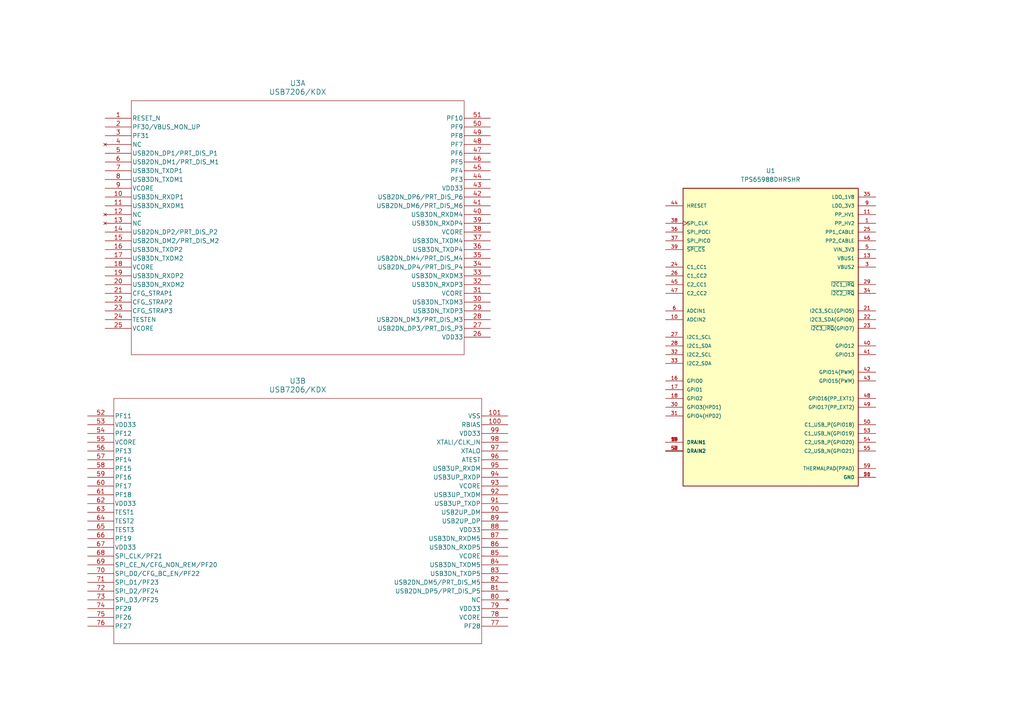
<source format=kicad_sch>
(kicad_sch
	(version 20250114)
	(generator "eeschema")
	(generator_version "9.0")
	(uuid "efdb6f7e-afbe-4e70-bca5-5c510ea26d34")
	(paper "A4")
	(lib_symbols
		(symbol "TPS65988DHRSHR:TPS65988DHRSHR"
			(pin_names
				(offset 1.016)
			)
			(exclude_from_sim no)
			(in_bom yes)
			(on_board yes)
			(property "Reference" "U"
				(at -25.4039 44.4579 0)
				(effects
					(font
						(size 1.27 1.27)
					)
					(justify left bottom)
				)
			)
			(property "Value" "TPS65988DHRSHR"
				(at -25.4014 -45.7227 0)
				(effects
					(font
						(size 1.27 1.27)
					)
					(justify left bottom)
				)
			)
			(property "Footprint" "TPS65988DHRSHR:IC_TPS65987DDHRSHR"
				(at 0 0 0)
				(effects
					(font
						(size 1.27 1.27)
					)
					(justify bottom)
					(hide yes)
				)
			)
			(property "Datasheet" ""
				(at 0 0 0)
				(effects
					(font
						(size 1.27 1.27)
					)
					(hide yes)
				)
			)
			(property "Description" ""
				(at 0 0 0)
				(effects
					(font
						(size 1.27 1.27)
					)
					(hide yes)
				)
			)
			(property "MF" "Texas Instruments"
				(at 0 0 0)
				(effects
					(font
						(size 1.27 1.27)
					)
					(justify bottom)
					(hide yes)
				)
			)
			(property "MAXIMUM_PACKAGE_HEIGHT" "1mm"
				(at 0 0 0)
				(effects
					(font
						(size 1.27 1.27)
					)
					(justify bottom)
					(hide yes)
				)
			)
			(property "Package" "VQFN-56 Texas Instruments"
				(at 0 0 0)
				(effects
					(font
						(size 1.27 1.27)
					)
					(justify bottom)
					(hide yes)
				)
			)
			(property "Price" "None"
				(at 0 0 0)
				(effects
					(font
						(size 1.27 1.27)
					)
					(justify bottom)
					(hide yes)
				)
			)
			(property "Check_prices" "https://www.snapeda.com/parts/TPS65988DHRSHR/Texas+Instruments/view-part/?ref=eda"
				(at 0 0 0)
				(effects
					(font
						(size 1.27 1.27)
					)
					(justify bottom)
					(hide yes)
				)
			)
			(property "STANDARD" "Manufacturer Recommendations"
				(at 0 0 0)
				(effects
					(font
						(size 1.27 1.27)
					)
					(justify bottom)
					(hide yes)
				)
			)
			(property "PARTREV" "AUGUST 2021"
				(at 0 0 0)
				(effects
					(font
						(size 1.27 1.27)
					)
					(justify bottom)
					(hide yes)
				)
			)
			(property "SnapEDA_Link" "https://www.snapeda.com/parts/TPS65988DHRSHR/Texas+Instruments/view-part/?ref=snap"
				(at 0 0 0)
				(effects
					(font
						(size 1.27 1.27)
					)
					(justify bottom)
					(hide yes)
				)
			)
			(property "MP" "TPS65988DHRSHR"
				(at 0 0 0)
				(effects
					(font
						(size 1.27 1.27)
					)
					(justify bottom)
					(hide yes)
				)
			)
			(property "Description_1" "Dual port USB Type-C™ and USB PD controller with integrated power switches"
				(at 0 0 0)
				(effects
					(font
						(size 1.27 1.27)
					)
					(justify bottom)
					(hide yes)
				)
			)
			(property "SNAPEDA_PN" "TPS65988DHRSHR"
				(at 0 0 0)
				(effects
					(font
						(size 1.27 1.27)
					)
					(justify bottom)
					(hide yes)
				)
			)
			(property "Availability" "In Stock"
				(at 0 0 0)
				(effects
					(font
						(size 1.27 1.27)
					)
					(justify bottom)
					(hide yes)
				)
			)
			(property "MANUFACTURER" "Texas Instruments"
				(at 0 0 0)
				(effects
					(font
						(size 1.27 1.27)
					)
					(justify bottom)
					(hide yes)
				)
			)
			(symbol "TPS65988DHRSHR_0_0"
				(rectangle
					(start -25.4 -43.18)
					(end 25.4 43.18)
					(stroke
						(width 0.254)
						(type default)
					)
					(fill
						(type background)
					)
				)
				(pin bidirectional line
					(at -30.48 38.1 0)
					(length 5.08)
					(name "HRESET"
						(effects
							(font
								(size 1.016 1.016)
							)
						)
					)
					(number "44"
						(effects
							(font
								(size 1.016 1.016)
							)
						)
					)
				)
				(pin bidirectional clock
					(at -30.48 33.02 0)
					(length 5.08)
					(name "SPI_CLK"
						(effects
							(font
								(size 1.016 1.016)
							)
						)
					)
					(number "38"
						(effects
							(font
								(size 1.016 1.016)
							)
						)
					)
				)
				(pin bidirectional line
					(at -30.48 30.48 0)
					(length 5.08)
					(name "SPI_POCI"
						(effects
							(font
								(size 1.016 1.016)
							)
						)
					)
					(number "36"
						(effects
							(font
								(size 1.016 1.016)
							)
						)
					)
				)
				(pin bidirectional line
					(at -30.48 27.94 0)
					(length 5.08)
					(name "SPI_PICO"
						(effects
							(font
								(size 1.016 1.016)
							)
						)
					)
					(number "37"
						(effects
							(font
								(size 1.016 1.016)
							)
						)
					)
				)
				(pin bidirectional line
					(at -30.48 25.4 0)
					(length 5.08)
					(name "~{SPI_CS}"
						(effects
							(font
								(size 1.016 1.016)
							)
						)
					)
					(number "39"
						(effects
							(font
								(size 1.016 1.016)
							)
						)
					)
				)
				(pin bidirectional line
					(at -30.48 20.32 0)
					(length 5.08)
					(name "C1_CC1"
						(effects
							(font
								(size 1.016 1.016)
							)
						)
					)
					(number "24"
						(effects
							(font
								(size 1.016 1.016)
							)
						)
					)
				)
				(pin bidirectional line
					(at -30.48 17.78 0)
					(length 5.08)
					(name "C1_CC2"
						(effects
							(font
								(size 1.016 1.016)
							)
						)
					)
					(number "26"
						(effects
							(font
								(size 1.016 1.016)
							)
						)
					)
				)
				(pin bidirectional line
					(at -30.48 15.24 0)
					(length 5.08)
					(name "C2_CC1"
						(effects
							(font
								(size 1.016 1.016)
							)
						)
					)
					(number "45"
						(effects
							(font
								(size 1.016 1.016)
							)
						)
					)
				)
				(pin bidirectional line
					(at -30.48 12.7 0)
					(length 5.08)
					(name "C2_CC2"
						(effects
							(font
								(size 1.016 1.016)
							)
						)
					)
					(number "47"
						(effects
							(font
								(size 1.016 1.016)
							)
						)
					)
				)
				(pin input line
					(at -30.48 7.62 0)
					(length 5.08)
					(name "ADCIN1"
						(effects
							(font
								(size 1.016 1.016)
							)
						)
					)
					(number "6"
						(effects
							(font
								(size 1.016 1.016)
							)
						)
					)
				)
				(pin input line
					(at -30.48 5.08 0)
					(length 5.08)
					(name "ADCIN2"
						(effects
							(font
								(size 1.016 1.016)
							)
						)
					)
					(number "10"
						(effects
							(font
								(size 1.016 1.016)
							)
						)
					)
				)
				(pin bidirectional line
					(at -30.48 0 0)
					(length 5.08)
					(name "I2C1_SCL"
						(effects
							(font
								(size 1.016 1.016)
							)
						)
					)
					(number "27"
						(effects
							(font
								(size 1.016 1.016)
							)
						)
					)
				)
				(pin bidirectional line
					(at -30.48 -2.54 0)
					(length 5.08)
					(name "I2C1_SDA"
						(effects
							(font
								(size 1.016 1.016)
							)
						)
					)
					(number "28"
						(effects
							(font
								(size 1.016 1.016)
							)
						)
					)
				)
				(pin bidirectional line
					(at -30.48 -5.08 0)
					(length 5.08)
					(name "I2C2_SCL"
						(effects
							(font
								(size 1.016 1.016)
							)
						)
					)
					(number "32"
						(effects
							(font
								(size 1.016 1.016)
							)
						)
					)
				)
				(pin bidirectional line
					(at -30.48 -7.62 0)
					(length 5.08)
					(name "I2C2_SDA"
						(effects
							(font
								(size 1.016 1.016)
							)
						)
					)
					(number "33"
						(effects
							(font
								(size 1.016 1.016)
							)
						)
					)
				)
				(pin bidirectional line
					(at -30.48 -12.7 0)
					(length 5.08)
					(name "GPIO0"
						(effects
							(font
								(size 1.016 1.016)
							)
						)
					)
					(number "16"
						(effects
							(font
								(size 1.016 1.016)
							)
						)
					)
				)
				(pin bidirectional line
					(at -30.48 -15.24 0)
					(length 5.08)
					(name "GPIO1"
						(effects
							(font
								(size 1.016 1.016)
							)
						)
					)
					(number "17"
						(effects
							(font
								(size 1.016 1.016)
							)
						)
					)
				)
				(pin bidirectional line
					(at -30.48 -17.78 0)
					(length 5.08)
					(name "GPIO2"
						(effects
							(font
								(size 1.016 1.016)
							)
						)
					)
					(number "18"
						(effects
							(font
								(size 1.016 1.016)
							)
						)
					)
				)
				(pin bidirectional line
					(at -30.48 -20.32 0)
					(length 5.08)
					(name "GPIO3(HPD1)"
						(effects
							(font
								(size 1.016 1.016)
							)
						)
					)
					(number "30"
						(effects
							(font
								(size 1.016 1.016)
							)
						)
					)
				)
				(pin bidirectional line
					(at -30.48 -22.86 0)
					(length 5.08)
					(name "GPIO4(HPD2)"
						(effects
							(font
								(size 1.016 1.016)
							)
						)
					)
					(number "31"
						(effects
							(font
								(size 1.016 1.016)
							)
						)
					)
				)
				(pin passive line
					(at -30.48 -30.48 0)
					(length 5.08)
					(name "DRAIN1"
						(effects
							(font
								(size 1.016 1.016)
							)
						)
					)
					(number "15"
						(effects
							(font
								(size 1.016 1.016)
							)
						)
					)
				)
				(pin passive line
					(at -30.48 -30.48 0)
					(length 5.08)
					(name "DRAIN1"
						(effects
							(font
								(size 1.016 1.016)
							)
						)
					)
					(number "19"
						(effects
							(font
								(size 1.016 1.016)
							)
						)
					)
				)
				(pin passive line
					(at -30.48 -30.48 0)
					(length 5.08)
					(name "DRAIN1"
						(effects
							(font
								(size 1.016 1.016)
							)
						)
					)
					(number "58"
						(effects
							(font
								(size 1.016 1.016)
							)
						)
					)
				)
				(pin passive line
					(at -30.48 -30.48 0)
					(length 5.08)
					(name "DRAIN1"
						(effects
							(font
								(size 1.016 1.016)
							)
						)
					)
					(number "8"
						(effects
							(font
								(size 1.016 1.016)
							)
						)
					)
				)
				(pin passive line
					(at -30.48 -33.02 0)
					(length 5.08)
					(name "DRAIN2"
						(effects
							(font
								(size 1.016 1.016)
							)
						)
					)
					(number "52"
						(effects
							(font
								(size 1.016 1.016)
							)
						)
					)
				)
				(pin passive line
					(at -30.48 -33.02 0)
					(length 5.08)
					(name "DRAIN2"
						(effects
							(font
								(size 1.016 1.016)
							)
						)
					)
					(number "56"
						(effects
							(font
								(size 1.016 1.016)
							)
						)
					)
				)
				(pin passive line
					(at -30.48 -33.02 0)
					(length 5.08)
					(name "DRAIN2"
						(effects
							(font
								(size 1.016 1.016)
							)
						)
					)
					(number "57"
						(effects
							(font
								(size 1.016 1.016)
							)
						)
					)
				)
				(pin passive line
					(at -30.48 -33.02 0)
					(length 5.08)
					(name "DRAIN2"
						(effects
							(font
								(size 1.016 1.016)
							)
						)
					)
					(number "7"
						(effects
							(font
								(size 1.016 1.016)
							)
						)
					)
				)
				(pin power_in line
					(at 30.48 40.64 180)
					(length 5.08)
					(name "LDO_1V8"
						(effects
							(font
								(size 1.016 1.016)
							)
						)
					)
					(number "35"
						(effects
							(font
								(size 1.016 1.016)
							)
						)
					)
				)
				(pin power_in line
					(at 30.48 38.1 180)
					(length 5.08)
					(name "LDO_3V3"
						(effects
							(font
								(size 1.016 1.016)
							)
						)
					)
					(number "9"
						(effects
							(font
								(size 1.016 1.016)
							)
						)
					)
				)
				(pin power_in line
					(at 30.48 35.56 180)
					(length 5.08)
					(name "PP_HV1"
						(effects
							(font
								(size 1.016 1.016)
							)
						)
					)
					(number "11"
						(effects
							(font
								(size 1.016 1.016)
							)
						)
					)
				)
				(pin power_in line
					(at 30.48 33.02 180)
					(length 5.08)
					(name "PP_HV2"
						(effects
							(font
								(size 1.016 1.016)
							)
						)
					)
					(number "1"
						(effects
							(font
								(size 1.016 1.016)
							)
						)
					)
				)
				(pin power_in line
					(at 30.48 30.48 180)
					(length 5.08)
					(name "PP1_CABLE"
						(effects
							(font
								(size 1.016 1.016)
							)
						)
					)
					(number "25"
						(effects
							(font
								(size 1.016 1.016)
							)
						)
					)
				)
				(pin power_in line
					(at 30.48 27.94 180)
					(length 5.08)
					(name "PP2_CABLE"
						(effects
							(font
								(size 1.016 1.016)
							)
						)
					)
					(number "46"
						(effects
							(font
								(size 1.016 1.016)
							)
						)
					)
				)
				(pin power_in line
					(at 30.48 25.4 180)
					(length 5.08)
					(name "VIN_3V3"
						(effects
							(font
								(size 1.016 1.016)
							)
						)
					)
					(number "5"
						(effects
							(font
								(size 1.016 1.016)
							)
						)
					)
				)
				(pin power_in line
					(at 30.48 22.86 180)
					(length 5.08)
					(name "VBUS1"
						(effects
							(font
								(size 1.016 1.016)
							)
						)
					)
					(number "13"
						(effects
							(font
								(size 1.016 1.016)
							)
						)
					)
				)
				(pin power_in line
					(at 30.48 20.32 180)
					(length 5.08)
					(name "VBUS2"
						(effects
							(font
								(size 1.016 1.016)
							)
						)
					)
					(number "3"
						(effects
							(font
								(size 1.016 1.016)
							)
						)
					)
				)
				(pin output line
					(at 30.48 15.24 180)
					(length 5.08)
					(name "~{I2C1_IRQ}"
						(effects
							(font
								(size 1.016 1.016)
							)
						)
					)
					(number "29"
						(effects
							(font
								(size 1.016 1.016)
							)
						)
					)
				)
				(pin output line
					(at 30.48 12.7 180)
					(length 5.08)
					(name "~{I2C2_IRQ}"
						(effects
							(font
								(size 1.016 1.016)
							)
						)
					)
					(number "34"
						(effects
							(font
								(size 1.016 1.016)
							)
						)
					)
				)
				(pin bidirectional line
					(at 30.48 7.62 180)
					(length 5.08)
					(name "I2C3_SCL(GPIO5)"
						(effects
							(font
								(size 1.016 1.016)
							)
						)
					)
					(number "21"
						(effects
							(font
								(size 1.016 1.016)
							)
						)
					)
				)
				(pin bidirectional line
					(at 30.48 5.08 180)
					(length 5.08)
					(name "I2C3_SDA(GPIO6)"
						(effects
							(font
								(size 1.016 1.016)
							)
						)
					)
					(number "22"
						(effects
							(font
								(size 1.016 1.016)
							)
						)
					)
				)
				(pin bidirectional line
					(at 30.48 2.54 180)
					(length 5.08)
					(name "~{I2C3_IRQ}(GPIO7)"
						(effects
							(font
								(size 1.016 1.016)
							)
						)
					)
					(number "23"
						(effects
							(font
								(size 1.016 1.016)
							)
						)
					)
				)
				(pin bidirectional line
					(at 30.48 -2.54 180)
					(length 5.08)
					(name "GPIO12"
						(effects
							(font
								(size 1.016 1.016)
							)
						)
					)
					(number "40"
						(effects
							(font
								(size 1.016 1.016)
							)
						)
					)
				)
				(pin bidirectional line
					(at 30.48 -5.08 180)
					(length 5.08)
					(name "GPIO13"
						(effects
							(font
								(size 1.016 1.016)
							)
						)
					)
					(number "41"
						(effects
							(font
								(size 1.016 1.016)
							)
						)
					)
				)
				(pin bidirectional line
					(at 30.48 -10.16 180)
					(length 5.08)
					(name "GPIO14(PWM)"
						(effects
							(font
								(size 1.016 1.016)
							)
						)
					)
					(number "42"
						(effects
							(font
								(size 1.016 1.016)
							)
						)
					)
				)
				(pin bidirectional line
					(at 30.48 -12.7 180)
					(length 5.08)
					(name "GPIO15(PWM)"
						(effects
							(font
								(size 1.016 1.016)
							)
						)
					)
					(number "43"
						(effects
							(font
								(size 1.016 1.016)
							)
						)
					)
				)
				(pin bidirectional line
					(at 30.48 -17.78 180)
					(length 5.08)
					(name "GPIO16(PP_EXT1)"
						(effects
							(font
								(size 1.016 1.016)
							)
						)
					)
					(number "48"
						(effects
							(font
								(size 1.016 1.016)
							)
						)
					)
				)
				(pin bidirectional line
					(at 30.48 -20.32 180)
					(length 5.08)
					(name "GPIO17(PP_EXT2)"
						(effects
							(font
								(size 1.016 1.016)
							)
						)
					)
					(number "49"
						(effects
							(font
								(size 1.016 1.016)
							)
						)
					)
				)
				(pin bidirectional line
					(at 30.48 -25.4 180)
					(length 5.08)
					(name "C1_USB_P(GPIO18)"
						(effects
							(font
								(size 1.016 1.016)
							)
						)
					)
					(number "50"
						(effects
							(font
								(size 1.016 1.016)
							)
						)
					)
				)
				(pin bidirectional line
					(at 30.48 -27.94 180)
					(length 5.08)
					(name "C1_USB_N(GPIO19)"
						(effects
							(font
								(size 1.016 1.016)
							)
						)
					)
					(number "53"
						(effects
							(font
								(size 1.016 1.016)
							)
						)
					)
				)
				(pin bidirectional line
					(at 30.48 -30.48 180)
					(length 5.08)
					(name "C2_USB_P(GPIO20)"
						(effects
							(font
								(size 1.016 1.016)
							)
						)
					)
					(number "54"
						(effects
							(font
								(size 1.016 1.016)
							)
						)
					)
				)
				(pin bidirectional line
					(at 30.48 -33.02 180)
					(length 5.08)
					(name "C2_USB_N(GPIO21)"
						(effects
							(font
								(size 1.016 1.016)
							)
						)
					)
					(number "55"
						(effects
							(font
								(size 1.016 1.016)
							)
						)
					)
				)
				(pin power_in line
					(at 30.48 -38.1 180)
					(length 5.08)
					(name "THERMALPAD(PPAD)"
						(effects
							(font
								(size 1.016 1.016)
							)
						)
					)
					(number "59"
						(effects
							(font
								(size 1.016 1.016)
							)
						)
					)
				)
				(pin power_in line
					(at 30.48 -40.64 180)
					(length 5.08)
					(name "GND"
						(effects
							(font
								(size 1.016 1.016)
							)
						)
					)
					(number "20"
						(effects
							(font
								(size 1.016 1.016)
							)
						)
					)
				)
				(pin power_in line
					(at 30.48 -40.64 180)
					(length 5.08)
					(name "GND"
						(effects
							(font
								(size 1.016 1.016)
							)
						)
					)
					(number "51"
						(effects
							(font
								(size 1.016 1.016)
							)
						)
					)
				)
			)
			(embedded_fonts no)
		)
		(symbol "USB7206:USB7206_KDX"
			(pin_names
				(offset 0.254)
			)
			(exclude_from_sim no)
			(in_bom yes)
			(on_board yes)
			(property "Reference" "U"
				(at 55.88 10.16 0)
				(effects
					(font
						(size 1.524 1.524)
					)
				)
			)
			(property "Value" "USB7206/KDX"
				(at 55.88 7.62 0)
				(effects
					(font
						(size 1.524 1.524)
					)
				)
			)
			(property "Footprint" "VQFN100_KDX_MCH"
				(at 0 0 0)
				(effects
					(font
						(size 1.27 1.27)
						(italic yes)
					)
					(hide yes)
				)
			)
			(property "Datasheet" "USB7206/KDX"
				(at 0 0 0)
				(effects
					(font
						(size 1.27 1.27)
						(italic yes)
					)
					(hide yes)
				)
			)
			(property "Description" ""
				(at 0 0 0)
				(effects
					(font
						(size 1.27 1.27)
					)
					(hide yes)
				)
			)
			(property "ki_locked" ""
				(at 0 0 0)
				(effects
					(font
						(size 1.27 1.27)
					)
				)
			)
			(property "ki_keywords" "USB7206/KDX"
				(at 0 0 0)
				(effects
					(font
						(size 1.27 1.27)
					)
					(hide yes)
				)
			)
			(property "ki_fp_filters" "VQFN100_KDX_MCH VQFN100_KDX_MCH-M VQFN100_KDX_MCH-L"
				(at 0 0 0)
				(effects
					(font
						(size 1.27 1.27)
					)
					(hide yes)
				)
			)
			(symbol "USB7206_KDX_1_1"
				(polyline
					(pts
						(xy 7.62 5.08) (xy 7.62 -68.58)
					)
					(stroke
						(width 0.127)
						(type default)
					)
					(fill
						(type none)
					)
				)
				(polyline
					(pts
						(xy 7.62 -68.58) (xy 104.14 -68.58)
					)
					(stroke
						(width 0.127)
						(type default)
					)
					(fill
						(type none)
					)
				)
				(polyline
					(pts
						(xy 104.14 5.08) (xy 7.62 5.08)
					)
					(stroke
						(width 0.127)
						(type default)
					)
					(fill
						(type none)
					)
				)
				(polyline
					(pts
						(xy 104.14 -68.58) (xy 104.14 5.08)
					)
					(stroke
						(width 0.127)
						(type default)
					)
					(fill
						(type none)
					)
				)
				(pin input line
					(at 0 0 0)
					(length 7.62)
					(name "RESET_N"
						(effects
							(font
								(size 1.27 1.27)
							)
						)
					)
					(number "1"
						(effects
							(font
								(size 1.27 1.27)
							)
						)
					)
				)
				(pin bidirectional line
					(at 0 -2.54 0)
					(length 7.62)
					(name "PF30/VBUS_MON_UP"
						(effects
							(font
								(size 1.27 1.27)
							)
						)
					)
					(number "2"
						(effects
							(font
								(size 1.27 1.27)
							)
						)
					)
				)
				(pin bidirectional line
					(at 0 -5.08 0)
					(length 7.62)
					(name "PF31"
						(effects
							(font
								(size 1.27 1.27)
							)
						)
					)
					(number "3"
						(effects
							(font
								(size 1.27 1.27)
							)
						)
					)
				)
				(pin no_connect line
					(at 0 -7.62 0)
					(length 7.62)
					(name "NC"
						(effects
							(font
								(size 1.27 1.27)
							)
						)
					)
					(number "4"
						(effects
							(font
								(size 1.27 1.27)
							)
						)
					)
				)
				(pin bidirectional line
					(at 0 -10.16 0)
					(length 7.62)
					(name "USB2DN_DP1/PRT_DIS_P1"
						(effects
							(font
								(size 1.27 1.27)
							)
						)
					)
					(number "5"
						(effects
							(font
								(size 1.27 1.27)
							)
						)
					)
				)
				(pin bidirectional line
					(at 0 -12.7 0)
					(length 7.62)
					(name "USB2DN_DM1/PRT_DIS_M1"
						(effects
							(font
								(size 1.27 1.27)
							)
						)
					)
					(number "6"
						(effects
							(font
								(size 1.27 1.27)
							)
						)
					)
				)
				(pin bidirectional line
					(at 0 -15.24 0)
					(length 7.62)
					(name "USB3DN_TXDP1"
						(effects
							(font
								(size 1.27 1.27)
							)
						)
					)
					(number "7"
						(effects
							(font
								(size 1.27 1.27)
							)
						)
					)
				)
				(pin bidirectional line
					(at 0 -17.78 0)
					(length 7.62)
					(name "USB3DN_TXDM1"
						(effects
							(font
								(size 1.27 1.27)
							)
						)
					)
					(number "8"
						(effects
							(font
								(size 1.27 1.27)
							)
						)
					)
				)
				(pin power_in line
					(at 0 -20.32 0)
					(length 7.62)
					(name "VCORE"
						(effects
							(font
								(size 1.27 1.27)
							)
						)
					)
					(number "9"
						(effects
							(font
								(size 1.27 1.27)
							)
						)
					)
				)
				(pin bidirectional line
					(at 0 -22.86 0)
					(length 7.62)
					(name "USB3DN_RXDP1"
						(effects
							(font
								(size 1.27 1.27)
							)
						)
					)
					(number "10"
						(effects
							(font
								(size 1.27 1.27)
							)
						)
					)
				)
				(pin bidirectional line
					(at 0 -25.4 0)
					(length 7.62)
					(name "USB3DN_RXDM1"
						(effects
							(font
								(size 1.27 1.27)
							)
						)
					)
					(number "11"
						(effects
							(font
								(size 1.27 1.27)
							)
						)
					)
				)
				(pin no_connect line
					(at 0 -27.94 0)
					(length 7.62)
					(name "NC"
						(effects
							(font
								(size 1.27 1.27)
							)
						)
					)
					(number "12"
						(effects
							(font
								(size 1.27 1.27)
							)
						)
					)
				)
				(pin no_connect line
					(at 0 -30.48 0)
					(length 7.62)
					(name "NC"
						(effects
							(font
								(size 1.27 1.27)
							)
						)
					)
					(number "13"
						(effects
							(font
								(size 1.27 1.27)
							)
						)
					)
				)
				(pin bidirectional line
					(at 0 -33.02 0)
					(length 7.62)
					(name "USB2DN_DP2/PRT_DIS_P2"
						(effects
							(font
								(size 1.27 1.27)
							)
						)
					)
					(number "14"
						(effects
							(font
								(size 1.27 1.27)
							)
						)
					)
				)
				(pin bidirectional line
					(at 0 -35.56 0)
					(length 7.62)
					(name "USB2DN_DM2/PRT_DIS_M2"
						(effects
							(font
								(size 1.27 1.27)
							)
						)
					)
					(number "15"
						(effects
							(font
								(size 1.27 1.27)
							)
						)
					)
				)
				(pin bidirectional line
					(at 0 -38.1 0)
					(length 7.62)
					(name "USB3DN_TXDP2"
						(effects
							(font
								(size 1.27 1.27)
							)
						)
					)
					(number "16"
						(effects
							(font
								(size 1.27 1.27)
							)
						)
					)
				)
				(pin bidirectional line
					(at 0 -40.64 0)
					(length 7.62)
					(name "USB3DN_TXDM2"
						(effects
							(font
								(size 1.27 1.27)
							)
						)
					)
					(number "17"
						(effects
							(font
								(size 1.27 1.27)
							)
						)
					)
				)
				(pin power_in line
					(at 0 -43.18 0)
					(length 7.62)
					(name "VCORE"
						(effects
							(font
								(size 1.27 1.27)
							)
						)
					)
					(number "18"
						(effects
							(font
								(size 1.27 1.27)
							)
						)
					)
				)
				(pin bidirectional line
					(at 0 -45.72 0)
					(length 7.62)
					(name "USB3DN_RXDP2"
						(effects
							(font
								(size 1.27 1.27)
							)
						)
					)
					(number "19"
						(effects
							(font
								(size 1.27 1.27)
							)
						)
					)
				)
				(pin bidirectional line
					(at 0 -48.26 0)
					(length 7.62)
					(name "USB3DN_RXDM2"
						(effects
							(font
								(size 1.27 1.27)
							)
						)
					)
					(number "20"
						(effects
							(font
								(size 1.27 1.27)
							)
						)
					)
				)
				(pin bidirectional line
					(at 0 -50.8 0)
					(length 7.62)
					(name "CFG_STRAP1"
						(effects
							(font
								(size 1.27 1.27)
							)
						)
					)
					(number "21"
						(effects
							(font
								(size 1.27 1.27)
							)
						)
					)
				)
				(pin bidirectional line
					(at 0 -53.34 0)
					(length 7.62)
					(name "CFG_STRAP2"
						(effects
							(font
								(size 1.27 1.27)
							)
						)
					)
					(number "22"
						(effects
							(font
								(size 1.27 1.27)
							)
						)
					)
				)
				(pin bidirectional line
					(at 0 -55.88 0)
					(length 7.62)
					(name "CFG_STRAP3"
						(effects
							(font
								(size 1.27 1.27)
							)
						)
					)
					(number "23"
						(effects
							(font
								(size 1.27 1.27)
							)
						)
					)
				)
				(pin bidirectional line
					(at 0 -58.42 0)
					(length 7.62)
					(name "TESTEN"
						(effects
							(font
								(size 1.27 1.27)
							)
						)
					)
					(number "24"
						(effects
							(font
								(size 1.27 1.27)
							)
						)
					)
				)
				(pin power_in line
					(at 0 -60.96 0)
					(length 7.62)
					(name "VCORE"
						(effects
							(font
								(size 1.27 1.27)
							)
						)
					)
					(number "25"
						(effects
							(font
								(size 1.27 1.27)
							)
						)
					)
				)
				(pin bidirectional line
					(at 111.76 0 180)
					(length 7.62)
					(name "PF10"
						(effects
							(font
								(size 1.27 1.27)
							)
						)
					)
					(number "51"
						(effects
							(font
								(size 1.27 1.27)
							)
						)
					)
				)
				(pin bidirectional line
					(at 111.76 -2.54 180)
					(length 7.62)
					(name "PF9"
						(effects
							(font
								(size 1.27 1.27)
							)
						)
					)
					(number "50"
						(effects
							(font
								(size 1.27 1.27)
							)
						)
					)
				)
				(pin bidirectional line
					(at 111.76 -5.08 180)
					(length 7.62)
					(name "PF8"
						(effects
							(font
								(size 1.27 1.27)
							)
						)
					)
					(number "49"
						(effects
							(font
								(size 1.27 1.27)
							)
						)
					)
				)
				(pin bidirectional line
					(at 111.76 -7.62 180)
					(length 7.62)
					(name "PF7"
						(effects
							(font
								(size 1.27 1.27)
							)
						)
					)
					(number "48"
						(effects
							(font
								(size 1.27 1.27)
							)
						)
					)
				)
				(pin bidirectional line
					(at 111.76 -10.16 180)
					(length 7.62)
					(name "PF6"
						(effects
							(font
								(size 1.27 1.27)
							)
						)
					)
					(number "47"
						(effects
							(font
								(size 1.27 1.27)
							)
						)
					)
				)
				(pin bidirectional line
					(at 111.76 -12.7 180)
					(length 7.62)
					(name "PF5"
						(effects
							(font
								(size 1.27 1.27)
							)
						)
					)
					(number "46"
						(effects
							(font
								(size 1.27 1.27)
							)
						)
					)
				)
				(pin bidirectional line
					(at 111.76 -15.24 180)
					(length 7.62)
					(name "PF4"
						(effects
							(font
								(size 1.27 1.27)
							)
						)
					)
					(number "45"
						(effects
							(font
								(size 1.27 1.27)
							)
						)
					)
				)
				(pin bidirectional line
					(at 111.76 -17.78 180)
					(length 7.62)
					(name "PF3"
						(effects
							(font
								(size 1.27 1.27)
							)
						)
					)
					(number "44"
						(effects
							(font
								(size 1.27 1.27)
							)
						)
					)
				)
				(pin power_in line
					(at 111.76 -20.32 180)
					(length 7.62)
					(name "VDD33"
						(effects
							(font
								(size 1.27 1.27)
							)
						)
					)
					(number "43"
						(effects
							(font
								(size 1.27 1.27)
							)
						)
					)
				)
				(pin bidirectional line
					(at 111.76 -22.86 180)
					(length 7.62)
					(name "USB2DN_DP6/PRT_DIS_P6"
						(effects
							(font
								(size 1.27 1.27)
							)
						)
					)
					(number "42"
						(effects
							(font
								(size 1.27 1.27)
							)
						)
					)
				)
				(pin bidirectional line
					(at 111.76 -25.4 180)
					(length 7.62)
					(name "USB2DN_DM6/PRT_DIS_M6"
						(effects
							(font
								(size 1.27 1.27)
							)
						)
					)
					(number "41"
						(effects
							(font
								(size 1.27 1.27)
							)
						)
					)
				)
				(pin bidirectional line
					(at 111.76 -27.94 180)
					(length 7.62)
					(name "USB3DN_RXDM4"
						(effects
							(font
								(size 1.27 1.27)
							)
						)
					)
					(number "40"
						(effects
							(font
								(size 1.27 1.27)
							)
						)
					)
				)
				(pin bidirectional line
					(at 111.76 -30.48 180)
					(length 7.62)
					(name "USB3DN_RXDP4"
						(effects
							(font
								(size 1.27 1.27)
							)
						)
					)
					(number "39"
						(effects
							(font
								(size 1.27 1.27)
							)
						)
					)
				)
				(pin power_in line
					(at 111.76 -33.02 180)
					(length 7.62)
					(name "VCORE"
						(effects
							(font
								(size 1.27 1.27)
							)
						)
					)
					(number "38"
						(effects
							(font
								(size 1.27 1.27)
							)
						)
					)
				)
				(pin bidirectional line
					(at 111.76 -35.56 180)
					(length 7.62)
					(name "USB3DN_TXDM4"
						(effects
							(font
								(size 1.27 1.27)
							)
						)
					)
					(number "37"
						(effects
							(font
								(size 1.27 1.27)
							)
						)
					)
				)
				(pin bidirectional line
					(at 111.76 -38.1 180)
					(length 7.62)
					(name "USB3DN_TXDP4"
						(effects
							(font
								(size 1.27 1.27)
							)
						)
					)
					(number "36"
						(effects
							(font
								(size 1.27 1.27)
							)
						)
					)
				)
				(pin bidirectional line
					(at 111.76 -40.64 180)
					(length 7.62)
					(name "USB2DN_DM4/PRT_DIS_M4"
						(effects
							(font
								(size 1.27 1.27)
							)
						)
					)
					(number "35"
						(effects
							(font
								(size 1.27 1.27)
							)
						)
					)
				)
				(pin bidirectional line
					(at 111.76 -43.18 180)
					(length 7.62)
					(name "USB2DN_DP4/PRT_DIS_P4"
						(effects
							(font
								(size 1.27 1.27)
							)
						)
					)
					(number "34"
						(effects
							(font
								(size 1.27 1.27)
							)
						)
					)
				)
				(pin bidirectional line
					(at 111.76 -45.72 180)
					(length 7.62)
					(name "USB3DN_RXDM3"
						(effects
							(font
								(size 1.27 1.27)
							)
						)
					)
					(number "33"
						(effects
							(font
								(size 1.27 1.27)
							)
						)
					)
				)
				(pin bidirectional line
					(at 111.76 -48.26 180)
					(length 7.62)
					(name "USB3DN_RXDP3"
						(effects
							(font
								(size 1.27 1.27)
							)
						)
					)
					(number "32"
						(effects
							(font
								(size 1.27 1.27)
							)
						)
					)
				)
				(pin power_in line
					(at 111.76 -50.8 180)
					(length 7.62)
					(name "VCORE"
						(effects
							(font
								(size 1.27 1.27)
							)
						)
					)
					(number "31"
						(effects
							(font
								(size 1.27 1.27)
							)
						)
					)
				)
				(pin bidirectional line
					(at 111.76 -53.34 180)
					(length 7.62)
					(name "USB3DN_TXDM3"
						(effects
							(font
								(size 1.27 1.27)
							)
						)
					)
					(number "30"
						(effects
							(font
								(size 1.27 1.27)
							)
						)
					)
				)
				(pin bidirectional line
					(at 111.76 -55.88 180)
					(length 7.62)
					(name "USB3DN_TXDP3"
						(effects
							(font
								(size 1.27 1.27)
							)
						)
					)
					(number "29"
						(effects
							(font
								(size 1.27 1.27)
							)
						)
					)
				)
				(pin bidirectional line
					(at 111.76 -58.42 180)
					(length 7.62)
					(name "USB2DN_DM3/PRT_DIS_M3"
						(effects
							(font
								(size 1.27 1.27)
							)
						)
					)
					(number "28"
						(effects
							(font
								(size 1.27 1.27)
							)
						)
					)
				)
				(pin bidirectional line
					(at 111.76 -60.96 180)
					(length 7.62)
					(name "USB2DN_DP3/PRT_DIS_P3"
						(effects
							(font
								(size 1.27 1.27)
							)
						)
					)
					(number "27"
						(effects
							(font
								(size 1.27 1.27)
							)
						)
					)
				)
				(pin power_in line
					(at 111.76 -63.5 180)
					(length 7.62)
					(name "VDD33"
						(effects
							(font
								(size 1.27 1.27)
							)
						)
					)
					(number "26"
						(effects
							(font
								(size 1.27 1.27)
							)
						)
					)
				)
			)
			(symbol "USB7206_KDX_2_1"
				(polyline
					(pts
						(xy 7.62 5.08) (xy 7.62 -66.04)
					)
					(stroke
						(width 0.127)
						(type default)
					)
					(fill
						(type none)
					)
				)
				(polyline
					(pts
						(xy 7.62 -66.04) (xy 114.3 -66.04)
					)
					(stroke
						(width 0.127)
						(type default)
					)
					(fill
						(type none)
					)
				)
				(polyline
					(pts
						(xy 114.3 5.08) (xy 7.62 5.08)
					)
					(stroke
						(width 0.127)
						(type default)
					)
					(fill
						(type none)
					)
				)
				(polyline
					(pts
						(xy 114.3 -66.04) (xy 114.3 5.08)
					)
					(stroke
						(width 0.127)
						(type default)
					)
					(fill
						(type none)
					)
				)
				(pin bidirectional line
					(at 0 0 0)
					(length 7.62)
					(name "PF11"
						(effects
							(font
								(size 1.27 1.27)
							)
						)
					)
					(number "52"
						(effects
							(font
								(size 1.27 1.27)
							)
						)
					)
				)
				(pin power_in line
					(at 0 -2.54 0)
					(length 7.62)
					(name "VDD33"
						(effects
							(font
								(size 1.27 1.27)
							)
						)
					)
					(number "53"
						(effects
							(font
								(size 1.27 1.27)
							)
						)
					)
				)
				(pin bidirectional line
					(at 0 -5.08 0)
					(length 7.62)
					(name "PF12"
						(effects
							(font
								(size 1.27 1.27)
							)
						)
					)
					(number "54"
						(effects
							(font
								(size 1.27 1.27)
							)
						)
					)
				)
				(pin power_in line
					(at 0 -7.62 0)
					(length 7.62)
					(name "VCORE"
						(effects
							(font
								(size 1.27 1.27)
							)
						)
					)
					(number "55"
						(effects
							(font
								(size 1.27 1.27)
							)
						)
					)
				)
				(pin bidirectional line
					(at 0 -10.16 0)
					(length 7.62)
					(name "PF13"
						(effects
							(font
								(size 1.27 1.27)
							)
						)
					)
					(number "56"
						(effects
							(font
								(size 1.27 1.27)
							)
						)
					)
				)
				(pin bidirectional line
					(at 0 -12.7 0)
					(length 7.62)
					(name "PF14"
						(effects
							(font
								(size 1.27 1.27)
							)
						)
					)
					(number "57"
						(effects
							(font
								(size 1.27 1.27)
							)
						)
					)
				)
				(pin bidirectional line
					(at 0 -15.24 0)
					(length 7.62)
					(name "PF15"
						(effects
							(font
								(size 1.27 1.27)
							)
						)
					)
					(number "58"
						(effects
							(font
								(size 1.27 1.27)
							)
						)
					)
				)
				(pin bidirectional line
					(at 0 -17.78 0)
					(length 7.62)
					(name "PF16"
						(effects
							(font
								(size 1.27 1.27)
							)
						)
					)
					(number "59"
						(effects
							(font
								(size 1.27 1.27)
							)
						)
					)
				)
				(pin bidirectional line
					(at 0 -20.32 0)
					(length 7.62)
					(name "PF17"
						(effects
							(font
								(size 1.27 1.27)
							)
						)
					)
					(number "60"
						(effects
							(font
								(size 1.27 1.27)
							)
						)
					)
				)
				(pin bidirectional line
					(at 0 -22.86 0)
					(length 7.62)
					(name "PF18"
						(effects
							(font
								(size 1.27 1.27)
							)
						)
					)
					(number "61"
						(effects
							(font
								(size 1.27 1.27)
							)
						)
					)
				)
				(pin power_in line
					(at 0 -25.4 0)
					(length 7.62)
					(name "VDD33"
						(effects
							(font
								(size 1.27 1.27)
							)
						)
					)
					(number "62"
						(effects
							(font
								(size 1.27 1.27)
							)
						)
					)
				)
				(pin unspecified line
					(at 0 -27.94 0)
					(length 7.62)
					(name "TEST1"
						(effects
							(font
								(size 1.27 1.27)
							)
						)
					)
					(number "63"
						(effects
							(font
								(size 1.27 1.27)
							)
						)
					)
				)
				(pin unspecified line
					(at 0 -30.48 0)
					(length 7.62)
					(name "TEST2"
						(effects
							(font
								(size 1.27 1.27)
							)
						)
					)
					(number "64"
						(effects
							(font
								(size 1.27 1.27)
							)
						)
					)
				)
				(pin unspecified line
					(at 0 -33.02 0)
					(length 7.62)
					(name "TEST3"
						(effects
							(font
								(size 1.27 1.27)
							)
						)
					)
					(number "65"
						(effects
							(font
								(size 1.27 1.27)
							)
						)
					)
				)
				(pin bidirectional line
					(at 0 -35.56 0)
					(length 7.62)
					(name "PF19"
						(effects
							(font
								(size 1.27 1.27)
							)
						)
					)
					(number "66"
						(effects
							(font
								(size 1.27 1.27)
							)
						)
					)
				)
				(pin power_in line
					(at 0 -38.1 0)
					(length 7.62)
					(name "VDD33"
						(effects
							(font
								(size 1.27 1.27)
							)
						)
					)
					(number "67"
						(effects
							(font
								(size 1.27 1.27)
							)
						)
					)
				)
				(pin bidirectional line
					(at 0 -40.64 0)
					(length 7.62)
					(name "SPI_CLK/PF21"
						(effects
							(font
								(size 1.27 1.27)
							)
						)
					)
					(number "68"
						(effects
							(font
								(size 1.27 1.27)
							)
						)
					)
				)
				(pin bidirectional line
					(at 0 -43.18 0)
					(length 7.62)
					(name "SPI_CE_N/CFG_NON_REM/PF20"
						(effects
							(font
								(size 1.27 1.27)
							)
						)
					)
					(number "69"
						(effects
							(font
								(size 1.27 1.27)
							)
						)
					)
				)
				(pin bidirectional line
					(at 0 -45.72 0)
					(length 7.62)
					(name "SPI_D0/CFG_BC_EN/PF22"
						(effects
							(font
								(size 1.27 1.27)
							)
						)
					)
					(number "70"
						(effects
							(font
								(size 1.27 1.27)
							)
						)
					)
				)
				(pin bidirectional line
					(at 0 -48.26 0)
					(length 7.62)
					(name "SPI_D1/PF23"
						(effects
							(font
								(size 1.27 1.27)
							)
						)
					)
					(number "71"
						(effects
							(font
								(size 1.27 1.27)
							)
						)
					)
				)
				(pin bidirectional line
					(at 0 -50.8 0)
					(length 7.62)
					(name "SPI_D2/PF24"
						(effects
							(font
								(size 1.27 1.27)
							)
						)
					)
					(number "72"
						(effects
							(font
								(size 1.27 1.27)
							)
						)
					)
				)
				(pin bidirectional line
					(at 0 -53.34 0)
					(length 7.62)
					(name "SPI_D3/PF25"
						(effects
							(font
								(size 1.27 1.27)
							)
						)
					)
					(number "73"
						(effects
							(font
								(size 1.27 1.27)
							)
						)
					)
				)
				(pin bidirectional line
					(at 0 -55.88 0)
					(length 7.62)
					(name "PF29"
						(effects
							(font
								(size 1.27 1.27)
							)
						)
					)
					(number "74"
						(effects
							(font
								(size 1.27 1.27)
							)
						)
					)
				)
				(pin bidirectional line
					(at 0 -58.42 0)
					(length 7.62)
					(name "PF26"
						(effects
							(font
								(size 1.27 1.27)
							)
						)
					)
					(number "75"
						(effects
							(font
								(size 1.27 1.27)
							)
						)
					)
				)
				(pin bidirectional line
					(at 0 -60.96 0)
					(length 7.62)
					(name "PF27"
						(effects
							(font
								(size 1.27 1.27)
							)
						)
					)
					(number "76"
						(effects
							(font
								(size 1.27 1.27)
							)
						)
					)
				)
				(pin power_out line
					(at 121.92 0 180)
					(length 7.62)
					(name "VSS"
						(effects
							(font
								(size 1.27 1.27)
							)
						)
					)
					(number "101"
						(effects
							(font
								(size 1.27 1.27)
							)
						)
					)
				)
				(pin input line
					(at 121.92 -2.54 180)
					(length 7.62)
					(name "RBIAS"
						(effects
							(font
								(size 1.27 1.27)
							)
						)
					)
					(number "100"
						(effects
							(font
								(size 1.27 1.27)
							)
						)
					)
				)
				(pin power_in line
					(at 121.92 -5.08 180)
					(length 7.62)
					(name "VDD33"
						(effects
							(font
								(size 1.27 1.27)
							)
						)
					)
					(number "99"
						(effects
							(font
								(size 1.27 1.27)
							)
						)
					)
				)
				(pin input line
					(at 121.92 -7.62 180)
					(length 7.62)
					(name "XTALI/CLK_IN"
						(effects
							(font
								(size 1.27 1.27)
							)
						)
					)
					(number "98"
						(effects
							(font
								(size 1.27 1.27)
							)
						)
					)
				)
				(pin output line
					(at 121.92 -10.16 180)
					(length 7.62)
					(name "XTALO"
						(effects
							(font
								(size 1.27 1.27)
							)
						)
					)
					(number "97"
						(effects
							(font
								(size 1.27 1.27)
							)
						)
					)
				)
				(pin unspecified line
					(at 121.92 -12.7 180)
					(length 7.62)
					(name "ATEST"
						(effects
							(font
								(size 1.27 1.27)
							)
						)
					)
					(number "96"
						(effects
							(font
								(size 1.27 1.27)
							)
						)
					)
				)
				(pin bidirectional line
					(at 121.92 -15.24 180)
					(length 7.62)
					(name "USB3UP_RXDM"
						(effects
							(font
								(size 1.27 1.27)
							)
						)
					)
					(number "95"
						(effects
							(font
								(size 1.27 1.27)
							)
						)
					)
				)
				(pin bidirectional line
					(at 121.92 -17.78 180)
					(length 7.62)
					(name "USB3UP_RXDP"
						(effects
							(font
								(size 1.27 1.27)
							)
						)
					)
					(number "94"
						(effects
							(font
								(size 1.27 1.27)
							)
						)
					)
				)
				(pin power_in line
					(at 121.92 -20.32 180)
					(length 7.62)
					(name "VCORE"
						(effects
							(font
								(size 1.27 1.27)
							)
						)
					)
					(number "93"
						(effects
							(font
								(size 1.27 1.27)
							)
						)
					)
				)
				(pin bidirectional line
					(at 121.92 -22.86 180)
					(length 7.62)
					(name "USB3UP_TXDM"
						(effects
							(font
								(size 1.27 1.27)
							)
						)
					)
					(number "92"
						(effects
							(font
								(size 1.27 1.27)
							)
						)
					)
				)
				(pin bidirectional line
					(at 121.92 -25.4 180)
					(length 7.62)
					(name "USB3UP_TXDP"
						(effects
							(font
								(size 1.27 1.27)
							)
						)
					)
					(number "91"
						(effects
							(font
								(size 1.27 1.27)
							)
						)
					)
				)
				(pin bidirectional line
					(at 121.92 -27.94 180)
					(length 7.62)
					(name "USB2UP_DM"
						(effects
							(font
								(size 1.27 1.27)
							)
						)
					)
					(number "90"
						(effects
							(font
								(size 1.27 1.27)
							)
						)
					)
				)
				(pin bidirectional line
					(at 121.92 -30.48 180)
					(length 7.62)
					(name "USB2UP_DP"
						(effects
							(font
								(size 1.27 1.27)
							)
						)
					)
					(number "89"
						(effects
							(font
								(size 1.27 1.27)
							)
						)
					)
				)
				(pin power_in line
					(at 121.92 -33.02 180)
					(length 7.62)
					(name "VDD33"
						(effects
							(font
								(size 1.27 1.27)
							)
						)
					)
					(number "88"
						(effects
							(font
								(size 1.27 1.27)
							)
						)
					)
				)
				(pin bidirectional line
					(at 121.92 -35.56 180)
					(length 7.62)
					(name "USB3DN_RXDM5"
						(effects
							(font
								(size 1.27 1.27)
							)
						)
					)
					(number "87"
						(effects
							(font
								(size 1.27 1.27)
							)
						)
					)
				)
				(pin bidirectional line
					(at 121.92 -38.1 180)
					(length 7.62)
					(name "USB3DN_RXDP5"
						(effects
							(font
								(size 1.27 1.27)
							)
						)
					)
					(number "86"
						(effects
							(font
								(size 1.27 1.27)
							)
						)
					)
				)
				(pin power_in line
					(at 121.92 -40.64 180)
					(length 7.62)
					(name "VCORE"
						(effects
							(font
								(size 1.27 1.27)
							)
						)
					)
					(number "85"
						(effects
							(font
								(size 1.27 1.27)
							)
						)
					)
				)
				(pin bidirectional line
					(at 121.92 -43.18 180)
					(length 7.62)
					(name "USB3DN_TXDM5"
						(effects
							(font
								(size 1.27 1.27)
							)
						)
					)
					(number "84"
						(effects
							(font
								(size 1.27 1.27)
							)
						)
					)
				)
				(pin bidirectional line
					(at 121.92 -45.72 180)
					(length 7.62)
					(name "USB3DN_TXDP5"
						(effects
							(font
								(size 1.27 1.27)
							)
						)
					)
					(number "83"
						(effects
							(font
								(size 1.27 1.27)
							)
						)
					)
				)
				(pin bidirectional line
					(at 121.92 -48.26 180)
					(length 7.62)
					(name "USB2DN_DM5/PRT_DIS_M5"
						(effects
							(font
								(size 1.27 1.27)
							)
						)
					)
					(number "82"
						(effects
							(font
								(size 1.27 1.27)
							)
						)
					)
				)
				(pin bidirectional line
					(at 121.92 -50.8 180)
					(length 7.62)
					(name "USB2DN_DP5/PRT_DIS_P5"
						(effects
							(font
								(size 1.27 1.27)
							)
						)
					)
					(number "81"
						(effects
							(font
								(size 1.27 1.27)
							)
						)
					)
				)
				(pin no_connect line
					(at 121.92 -53.34 180)
					(length 7.62)
					(name "NC"
						(effects
							(font
								(size 1.27 1.27)
							)
						)
					)
					(number "80"
						(effects
							(font
								(size 1.27 1.27)
							)
						)
					)
				)
				(pin power_in line
					(at 121.92 -55.88 180)
					(length 7.62)
					(name "VDD33"
						(effects
							(font
								(size 1.27 1.27)
							)
						)
					)
					(number "79"
						(effects
							(font
								(size 1.27 1.27)
							)
						)
					)
				)
				(pin power_in line
					(at 121.92 -58.42 180)
					(length 7.62)
					(name "VCORE"
						(effects
							(font
								(size 1.27 1.27)
							)
						)
					)
					(number "78"
						(effects
							(font
								(size 1.27 1.27)
							)
						)
					)
				)
				(pin bidirectional line
					(at 121.92 -60.96 180)
					(length 7.62)
					(name "PF28"
						(effects
							(font
								(size 1.27 1.27)
							)
						)
					)
					(number "77"
						(effects
							(font
								(size 1.27 1.27)
							)
						)
					)
				)
			)
			(embedded_fonts no)
		)
	)
	(symbol
		(lib_id "USB7206:USB7206_KDX")
		(at 30.48 34.29 0)
		(unit 1)
		(exclude_from_sim no)
		(in_bom yes)
		(on_board yes)
		(dnp no)
		(fields_autoplaced yes)
		(uuid "01c91879-cf41-4734-a0f0-b093c544fd74")
		(property "Reference" "U3"
			(at 86.36 24.13 0)
			(effects
				(font
					(size 1.524 1.524)
				)
			)
		)
		(property "Value" "USB7206/KDX"
			(at 86.36 26.67 0)
			(effects
				(font
					(size 1.524 1.524)
				)
			)
		)
		(property "Footprint" "ul_USB7206-KDX:VQFN100_KDX_MCH"
			(at 30.48 34.29 0)
			(effects
				(font
					(size 1.27 1.27)
					(italic yes)
				)
				(hide yes)
			)
		)
		(property "Datasheet" "USB7206/KDX"
			(at 30.48 34.29 0)
			(effects
				(font
					(size 1.27 1.27)
					(italic yes)
				)
				(hide yes)
			)
		)
		(property "Description" ""
			(at 30.48 34.29 0)
			(effects
				(font
					(size 1.27 1.27)
				)
				(hide yes)
			)
		)
		(pin "9"
			(uuid "0866ba67-7d52-4628-8ece-73ce18cfceb1")
		)
		(pin "11"
			(uuid "e4009c15-b163-46b6-946f-45a437b30600")
		)
		(pin "14"
			(uuid "7cc8ec7f-f9b9-41ec-9e9a-464c843b4006")
		)
		(pin "4"
			(uuid "7c28d527-95c4-4d64-ae3e-7efc091e06af")
		)
		(pin "7"
			(uuid "6d572dc7-6b84-4e9e-ba0d-f19ff4c1f501")
		)
		(pin "2"
			(uuid "d99d7ccb-4695-4316-ada7-93a0d57b94cb")
		)
		(pin "5"
			(uuid "250f8770-80bc-4bbf-81bb-491aa578da43")
		)
		(pin "10"
			(uuid "5301e7ee-c61b-41cc-9c39-05df3b454325")
		)
		(pin "19"
			(uuid "08a9b8c5-fd83-48da-928a-5572fa4c0ce8")
		)
		(pin "21"
			(uuid "07f15cb8-8319-4cca-888b-645e0431544f")
		)
		(pin "24"
			(uuid "3975421d-4a63-4474-ab67-983ca6861070")
		)
		(pin "3"
			(uuid "d49c8e1a-ed8d-41f7-a0fe-0acc61fc3cab")
		)
		(pin "13"
			(uuid "2f033347-b974-4caa-bb45-2cd157d1c579")
		)
		(pin "18"
			(uuid "a39bf154-5e12-4b1a-a8b6-27c589841f75")
		)
		(pin "25"
			(uuid "359e2e81-cfd3-4a2f-8256-41f82d97eeb8")
		)
		(pin "15"
			(uuid "af92dc3d-8339-44b1-83b7-a79798ffa7c0")
		)
		(pin "22"
			(uuid "24e7cacf-24da-4bb1-9245-f484a88d5753")
		)
		(pin "6"
			(uuid "10768606-f70a-447a-a1f0-47bad6a643f4")
		)
		(pin "1"
			(uuid "697384f5-88bc-4385-8a17-b91b98433491")
		)
		(pin "8"
			(uuid "21cc0c22-2d75-48c1-91d4-df408759190d")
		)
		(pin "12"
			(uuid "e6fd359b-d9e1-4c5a-afea-b5a892f3aeb6")
		)
		(pin "17"
			(uuid "1fc76ac6-2501-4810-881e-92c87b7fa4a4")
		)
		(pin "16"
			(uuid "4ba17f1c-ac83-4b41-b042-b9c0b4ad984b")
		)
		(pin "20"
			(uuid "fddb866e-8f6b-4b38-a2ba-c1c8ca227c5c")
		)
		(pin "23"
			(uuid "c4c0e1d5-03ed-46a4-b581-8839c027609d")
		)
		(pin "51"
			(uuid "55b9d720-c943-4240-9cae-d873b3aadad6")
		)
		(pin "50"
			(uuid "6f895d27-95f8-4a17-a3b9-3dc70d7d79d8")
		)
		(pin "43"
			(uuid "03f00752-e698-4622-8d59-9ad912bd5ffd")
		)
		(pin "27"
			(uuid "3e9758e0-caa0-4612-b325-2a262c00c49b")
		)
		(pin "48"
			(uuid "87c85356-ebb4-42b1-8355-db300a6f8f0c")
		)
		(pin "49"
			(uuid "69bd081a-82bb-4a88-9910-98c8e7bd1405")
		)
		(pin "47"
			(uuid "d27df837-84db-4243-b070-15df3107e74c")
		)
		(pin "44"
			(uuid "d03340ac-1b98-47e6-994c-b6310ae9ce0e")
		)
		(pin "41"
			(uuid "51153fa6-799a-4655-af10-93adafcf409c")
		)
		(pin "36"
			(uuid "47ceb9cd-4d2c-4d22-b08a-63dc9fb6bfb0")
		)
		(pin "35"
			(uuid "1bb57273-8687-40f9-8174-07ca458b1419")
		)
		(pin "42"
			(uuid "e34b7b87-a7e1-4d7d-8250-e390c3a869c3")
		)
		(pin "45"
			(uuid "46e41d4e-25a1-4916-9afc-8e08ab9df7d0")
		)
		(pin "38"
			(uuid "d78cb21b-5b03-43c8-83e7-2a282ba4a0ad")
		)
		(pin "34"
			(uuid "c9afff2d-bc7c-443c-b605-8add1b0fd090")
		)
		(pin "33"
			(uuid "eb30be6e-c235-4791-ada1-d935ec264a5e")
		)
		(pin "37"
			(uuid "5a22f42f-7eb4-4e59-b418-5f4b4895ab77")
		)
		(pin "54"
			(uuid "1fb10478-0539-43c0-9507-fba3844c4ef7")
		)
		(pin "31"
			(uuid "e80888fd-8a3a-4365-9f8a-7703dbff92b8")
		)
		(pin "40"
			(uuid "9035342d-0e20-4cfa-8ff0-4ce6177d761d")
		)
		(pin "46"
			(uuid "92e36f83-c649-425b-ba69-90a700fb3c70")
		)
		(pin "63"
			(uuid "88cfa2cc-a886-4f53-86af-8179d5fa35b5")
		)
		(pin "72"
			(uuid "58ccff50-d5a2-4e5a-a04d-516308bc1574")
		)
		(pin "30"
			(uuid "215f459f-a815-424d-9175-3cf307164d17")
		)
		(pin "39"
			(uuid "78928b08-d8d9-44a4-b57f-54fe2d1d7ebf")
		)
		(pin "32"
			(uuid "94525df3-ce55-4cf5-8167-88abd9a4a1de")
		)
		(pin "28"
			(uuid "c402dcf5-f353-4820-a5e5-854bf686c896")
		)
		(pin "29"
			(uuid "45c5b17b-81f9-4a60-9720-0d2a7bf55275")
		)
		(pin "26"
			(uuid "567ac0b8-389d-48dd-959c-847d817a77ae")
		)
		(pin "52"
			(uuid "ba9751da-fee5-42ed-b4ae-10617c7d6452")
		)
		(pin "58"
			(uuid "a3831e90-0651-4805-912a-d51eb949c5f3")
		)
		(pin "59"
			(uuid "9e85d1ed-28ae-4c2c-8b4e-c97a465ab0d2")
		)
		(pin "61"
			(uuid "f41b4866-a4ac-4613-bdd7-75e1b46f8056")
		)
		(pin "62"
			(uuid "8e568372-1d0d-431a-a95e-d884978a58e7")
		)
		(pin "65"
			(uuid "93d89ed2-849b-4b0d-897a-250d89d68b70")
		)
		(pin "53"
			(uuid "7d9fd475-0ab1-4452-8ddc-ac96b3186f04")
		)
		(pin "57"
			(uuid "2afaf6c4-7c09-4cf9-afba-0b7830c607f7")
		)
		(pin "66"
			(uuid "c3d68a6b-e1df-4987-8a9f-dedeb830c7a1")
		)
		(pin "68"
			(uuid "788bb75a-8771-482b-b089-9e54617a74aa")
		)
		(pin "60"
			(uuid "ad14950f-57f7-455c-9d8a-f5306185aa21")
		)
		(pin "70"
			(uuid "0b1fe0f8-301b-40e8-9274-b4b53d077d02")
		)
		(pin "71"
			(uuid "7d201e1d-24c5-4510-90ee-2fff2a3c447f")
		)
		(pin "56"
			(uuid "601305f0-226b-4e41-af11-f547bdc86590")
		)
		(pin "55"
			(uuid "77abf51d-c41b-44ff-8644-1ffc0b6425ba")
		)
		(pin "67"
			(uuid "d942c4b2-6594-424f-be6c-147125ee4c8f")
		)
		(pin "64"
			(uuid "d6ae67c8-df25-4d7b-8c4e-e6195a5a8b15")
		)
		(pin "69"
			(uuid "840d682d-af30-43ed-bb35-4ba09f9981e7")
		)
		(pin "73"
			(uuid "cd278f39-1255-4689-a6f0-783eefd0e080")
		)
		(pin "75"
			(uuid "f6402418-62a3-45e8-a038-0ba9818724d6")
		)
		(pin "76"
			(uuid "bc9a9575-1b2e-4cc0-b29d-d329ae517816")
		)
		(pin "99"
			(uuid "c3d1584f-8cf8-4612-b62c-e36c7cc31892")
		)
		(pin "74"
			(uuid "8b294ba6-88ec-4566-997f-2952c0685160")
		)
		(pin "101"
			(uuid "073fb3e1-1231-44cd-b26e-9d53c1f1b7bf")
		)
		(pin "96"
			(uuid "d5ad38a2-ff7b-41ae-be25-96a93aecf000")
		)
		(pin "94"
			(uuid "dbcc6ef4-58df-45db-ac1c-52f666f897f5")
		)
		(pin "93"
			(uuid "c4494989-5f0c-47ce-9d2a-2a2cbd65a1fc")
		)
		(pin "91"
			(uuid "70feccae-a320-4d9f-a902-b9598ee7baa9")
		)
		(pin "92"
			(uuid "f48b52d9-515e-454d-8ea4-dc33affaf693")
		)
		(pin "90"
			(uuid "24969924-ec54-41a5-a9b6-5fe958857e36")
		)
		(pin "98"
			(uuid "c664d653-13c0-478b-83e7-5ffffb46ccec")
		)
		(pin "89"
			(uuid "ea7951f4-1e34-4fe0-84e9-69a63ba13a75")
		)
		(pin "95"
			(uuid "3e085a44-feef-471f-96a7-b4fce7b4eaca")
		)
		(pin "88"
			(uuid "b140ef8f-fa3b-4290-8310-6f2817e8c777")
		)
		(pin "100"
			(uuid "8933827e-6eee-4358-af1d-9417a9d57655")
		)
		(pin "87"
			(uuid "027feaf2-549d-4c17-94b6-21d875cb51dd")
		)
		(pin "97"
			(uuid "54e41813-f0ab-4786-b6fe-576774d02f90")
		)
		(pin "77"
			(uuid "02359feb-0847-4c3e-8d58-1ae6391881e4")
		)
		(pin "84"
			(uuid "13b74aff-fcd8-4aad-830f-4691dad177f9")
		)
		(pin "85"
			(uuid "fe2bb241-b4a8-440e-83c6-d7013c73bb0c")
		)
		(pin "83"
			(uuid "719315b5-5091-4af3-9f61-87e27e358a9a")
		)
		(pin "80"
			(uuid "5b442114-8c5a-49e6-b228-278d81b64dcf")
		)
		(pin "79"
			(uuid "163ec825-0563-491d-bada-f887cdaea50d")
		)
		(pin "81"
			(uuid "62eeb904-4e5c-41a9-ab3b-31ee7603fd23")
		)
		(pin "78"
			(uuid "0b8f29c5-a3d6-45d4-bdec-5ce207ab2cb7")
		)
		(pin "86"
			(uuid "e7a5e913-5117-4ede-9b5d-729f35a3f39f")
		)
		(pin "82"
			(uuid "bbb150f9-aa20-423d-b2c7-d877780e9d8e")
		)
		(instances
			(project "DYNAMO-PCB"
				(path "/2ca9dd43-411d-4cc5-8a4b-ed00d72bae91/b1823678-0f31-4e1e-8991-613cf2f23486"
					(reference "U3")
					(unit 1)
				)
			)
		)
	)
	(symbol
		(lib_id "USB7206:USB7206_KDX")
		(at 25.4 120.65 0)
		(unit 2)
		(exclude_from_sim no)
		(in_bom yes)
		(on_board yes)
		(dnp no)
		(fields_autoplaced yes)
		(uuid "d01bc701-2e9c-4e38-b2f9-789e17d87331")
		(property "Reference" "U3"
			(at 86.36 110.49 0)
			(effects
				(font
					(size 1.524 1.524)
				)
			)
		)
		(property "Value" "USB7206/KDX"
			(at 86.36 113.03 0)
			(effects
				(font
					(size 1.524 1.524)
				)
			)
		)
		(property "Footprint" "ul_USB7206-KDX:VQFN100_KDX_MCH"
			(at 25.4 120.65 0)
			(effects
				(font
					(size 1.27 1.27)
					(italic yes)
				)
				(hide yes)
			)
		)
		(property "Datasheet" "USB7206/KDX"
			(at 25.4 120.65 0)
			(effects
				(font
					(size 1.27 1.27)
					(italic yes)
				)
				(hide yes)
			)
		)
		(property "Description" ""
			(at 25.4 120.65 0)
			(effects
				(font
					(size 1.27 1.27)
				)
				(hide yes)
			)
		)
		(pin "9"
			(uuid "0866ba67-7d52-4628-8ece-73ce18cfceb2")
		)
		(pin "11"
			(uuid "e4009c15-b163-46b6-946f-45a437b30601")
		)
		(pin "14"
			(uuid "7cc8ec7f-f9b9-41ec-9e9a-464c843b4007")
		)
		(pin "4"
			(uuid "7c28d527-95c4-4d64-ae3e-7efc091e06b0")
		)
		(pin "7"
			(uuid "6d572dc7-6b84-4e9e-ba0d-f19ff4c1f502")
		)
		(pin "2"
			(uuid "d99d7ccb-4695-4316-ada7-93a0d57b94cc")
		)
		(pin "5"
			(uuid "250f8770-80bc-4bbf-81bb-491aa578da44")
		)
		(pin "10"
			(uuid "5301e7ee-c61b-41cc-9c39-05df3b454326")
		)
		(pin "19"
			(uuid "08a9b8c5-fd83-48da-928a-5572fa4c0ce9")
		)
		(pin "21"
			(uuid "07f15cb8-8319-4cca-888b-645e04315450")
		)
		(pin "24"
			(uuid "3975421d-4a63-4474-ab67-983ca6861071")
		)
		(pin "3"
			(uuid "d49c8e1a-ed8d-41f7-a0fe-0acc61fc3cac")
		)
		(pin "13"
			(uuid "2f033347-b974-4caa-bb45-2cd157d1c57a")
		)
		(pin "18"
			(uuid "a39bf154-5e12-4b1a-a8b6-27c589841f76")
		)
		(pin "25"
			(uuid "359e2e81-cfd3-4a2f-8256-41f82d97eeb9")
		)
		(pin "15"
			(uuid "af92dc3d-8339-44b1-83b7-a79798ffa7c1")
		)
		(pin "22"
			(uuid "24e7cacf-24da-4bb1-9245-f484a88d5754")
		)
		(pin "6"
			(uuid "10768606-f70a-447a-a1f0-47bad6a643f5")
		)
		(pin "1"
			(uuid "697384f5-88bc-4385-8a17-b91b98433492")
		)
		(pin "8"
			(uuid "21cc0c22-2d75-48c1-91d4-df408759190e")
		)
		(pin "12"
			(uuid "e6fd359b-d9e1-4c5a-afea-b5a892f3aeb7")
		)
		(pin "17"
			(uuid "1fc76ac6-2501-4810-881e-92c87b7fa4a5")
		)
		(pin "16"
			(uuid "4ba17f1c-ac83-4b41-b042-b9c0b4ad984c")
		)
		(pin "20"
			(uuid "fddb866e-8f6b-4b38-a2ba-c1c8ca227c5d")
		)
		(pin "23"
			(uuid "c4c0e1d5-03ed-46a4-b581-8839c027609e")
		)
		(pin "51"
			(uuid "55b9d720-c943-4240-9cae-d873b3aadad7")
		)
		(pin "50"
			(uuid "6f895d27-95f8-4a17-a3b9-3dc70d7d79d9")
		)
		(pin "43"
			(uuid "03f00752-e698-4622-8d59-9ad912bd5ffe")
		)
		(pin "27"
			(uuid "3e9758e0-caa0-4612-b325-2a262c00c49c")
		)
		(pin "48"
			(uuid "87c85356-ebb4-42b1-8355-db300a6f8f0d")
		)
		(pin "49"
			(uuid "69bd081a-82bb-4a88-9910-98c8e7bd1406")
		)
		(pin "47"
			(uuid "d27df837-84db-4243-b070-15df3107e74d")
		)
		(pin "44"
			(uuid "d03340ac-1b98-47e6-994c-b6310ae9ce0f")
		)
		(pin "41"
			(uuid "51153fa6-799a-4655-af10-93adafcf409d")
		)
		(pin "36"
			(uuid "47ceb9cd-4d2c-4d22-b08a-63dc9fb6bfb1")
		)
		(pin "35"
			(uuid "1bb57273-8687-40f9-8174-07ca458b141a")
		)
		(pin "42"
			(uuid "e34b7b87-a7e1-4d7d-8250-e390c3a869c4")
		)
		(pin "45"
			(uuid "46e41d4e-25a1-4916-9afc-8e08ab9df7d1")
		)
		(pin "38"
			(uuid "d78cb21b-5b03-43c8-83e7-2a282ba4a0ae")
		)
		(pin "34"
			(uuid "c9afff2d-bc7c-443c-b605-8add1b0fd091")
		)
		(pin "33"
			(uuid "eb30be6e-c235-4791-ada1-d935ec264a5f")
		)
		(pin "37"
			(uuid "5a22f42f-7eb4-4e59-b418-5f4b4895ab78")
		)
		(pin "54"
			(uuid "1fb10478-0539-43c0-9507-fba3844c4ef8")
		)
		(pin "31"
			(uuid "e80888fd-8a3a-4365-9f8a-7703dbff92b9")
		)
		(pin "40"
			(uuid "9035342d-0e20-4cfa-8ff0-4ce6177d761e")
		)
		(pin "46"
			(uuid "92e36f83-c649-425b-ba69-90a700fb3c71")
		)
		(pin "63"
			(uuid "88cfa2cc-a886-4f53-86af-8179d5fa35b6")
		)
		(pin "72"
			(uuid "58ccff50-d5a2-4e5a-a04d-516308bc1575")
		)
		(pin "30"
			(uuid "215f459f-a815-424d-9175-3cf307164d18")
		)
		(pin "39"
			(uuid "78928b08-d8d9-44a4-b57f-54fe2d1d7ec0")
		)
		(pin "32"
			(uuid "94525df3-ce55-4cf5-8167-88abd9a4a1df")
		)
		(pin "28"
			(uuid "c402dcf5-f353-4820-a5e5-854bf686c897")
		)
		(pin "29"
			(uuid "45c5b17b-81f9-4a60-9720-0d2a7bf55276")
		)
		(pin "26"
			(uuid "567ac0b8-389d-48dd-959c-847d817a77af")
		)
		(pin "52"
			(uuid "ba9751da-fee5-42ed-b4ae-10617c7d6453")
		)
		(pin "58"
			(uuid "a3831e90-0651-4805-912a-d51eb949c5f4")
		)
		(pin "59"
			(uuid "9e85d1ed-28ae-4c2c-8b4e-c97a465ab0d3")
		)
		(pin "61"
			(uuid "f41b4866-a4ac-4613-bdd7-75e1b46f8057")
		)
		(pin "62"
			(uuid "8e568372-1d0d-431a-a95e-d884978a58e8")
		)
		(pin "65"
			(uuid "93d89ed2-849b-4b0d-897a-250d89d68b71")
		)
		(pin "53"
			(uuid "7d9fd475-0ab1-4452-8ddc-ac96b3186f05")
		)
		(pin "57"
			(uuid "2afaf6c4-7c09-4cf9-afba-0b7830c607f8")
		)
		(pin "66"
			(uuid "c3d68a6b-e1df-4987-8a9f-dedeb830c7a2")
		)
		(pin "68"
			(uuid "788bb75a-8771-482b-b089-9e54617a74ab")
		)
		(pin "60"
			(uuid "ad14950f-57f7-455c-9d8a-f5306185aa22")
		)
		(pin "70"
			(uuid "0b1fe0f8-301b-40e8-9274-b4b53d077d03")
		)
		(pin "71"
			(uuid "7d201e1d-24c5-4510-90ee-2fff2a3c4480")
		)
		(pin "56"
			(uuid "601305f0-226b-4e41-af11-f547bdc86591")
		)
		(pin "55"
			(uuid "77abf51d-c41b-44ff-8644-1ffc0b6425bb")
		)
		(pin "67"
			(uuid "d942c4b2-6594-424f-be6c-147125ee4c90")
		)
		(pin "64"
			(uuid "d6ae67c8-df25-4d7b-8c4e-e6195a5a8b16")
		)
		(pin "69"
			(uuid "840d682d-af30-43ed-bb35-4ba09f9981e8")
		)
		(pin "73"
			(uuid "cd278f39-1255-4689-a6f0-783eefd0e081")
		)
		(pin "75"
			(uuid "f6402418-62a3-45e8-a038-0ba9818724d7")
		)
		(pin "76"
			(uuid "bc9a9575-1b2e-4cc0-b29d-d329ae517817")
		)
		(pin "99"
			(uuid "c3d1584f-8cf8-4612-b62c-e36c7cc31893")
		)
		(pin "74"
			(uuid "8b294ba6-88ec-4566-997f-2952c0685161")
		)
		(pin "101"
			(uuid "073fb3e1-1231-44cd-b26e-9d53c1f1b7c0")
		)
		(pin "96"
			(uuid "d5ad38a2-ff7b-41ae-be25-96a93aecf001")
		)
		(pin "94"
			(uuid "dbcc6ef4-58df-45db-ac1c-52f666f897f6")
		)
		(pin "93"
			(uuid "c4494989-5f0c-47ce-9d2a-2a2cbd65a1fd")
		)
		(pin "91"
			(uuid "70feccae-a320-4d9f-a902-b9598ee7baaa")
		)
		(pin "92"
			(uuid "f48b52d9-515e-454d-8ea4-dc33affaf694")
		)
		(pin "90"
			(uuid "24969924-ec54-41a5-a9b6-5fe958857e37")
		)
		(pin "98"
			(uuid "c664d653-13c0-478b-83e7-5ffffb46cced")
		)
		(pin "89"
			(uuid "ea7951f4-1e34-4fe0-84e9-69a63ba13a76")
		)
		(pin "95"
			(uuid "3e085a44-feef-471f-96a7-b4fce7b4eacb")
		)
		(pin "88"
			(uuid "b140ef8f-fa3b-4290-8310-6f2817e8c778")
		)
		(pin "100"
			(uuid "8933827e-6eee-4358-af1d-9417a9d57656")
		)
		(pin "87"
			(uuid "027feaf2-549d-4c17-94b6-21d875cb51de")
		)
		(pin "97"
			(uuid "54e41813-f0ab-4786-b6fe-576774d02f91")
		)
		(pin "77"
			(uuid "02359feb-0847-4c3e-8d58-1ae6391881e5")
		)
		(pin "84"
			(uuid "13b74aff-fcd8-4aad-830f-4691dad177fa")
		)
		(pin "85"
			(uuid "fe2bb241-b4a8-440e-83c6-d7013c73bb0d")
		)
		(pin "83"
			(uuid "719315b5-5091-4af3-9f61-87e27e358a9b")
		)
		(pin "80"
			(uuid "5b442114-8c5a-49e6-b228-278d81b64dd0")
		)
		(pin "79"
			(uuid "163ec825-0563-491d-bada-f887cdaea50e")
		)
		(pin "81"
			(uuid "62eeb904-4e5c-41a9-ab3b-31ee7603fd24")
		)
		(pin "78"
			(uuid "0b8f29c5-a3d6-45d4-bdec-5ce207ab2cb8")
		)
		(pin "86"
			(uuid "e7a5e913-5117-4ede-9b5d-729f35a3f3a0")
		)
		(pin "82"
			(uuid "bbb150f9-aa20-423d-b2c7-d877780e9d8f")
		)
		(instances
			(project "DYNAMO-PCB"
				(path "/2ca9dd43-411d-4cc5-8a4b-ed00d72bae91/b1823678-0f31-4e1e-8991-613cf2f23486"
					(reference "U3")
					(unit 2)
				)
			)
		)
	)
	(symbol
		(lib_id "TPS65988DHRSHR:TPS65988DHRSHR")
		(at 223.52 97.79 0)
		(unit 1)
		(exclude_from_sim no)
		(in_bom yes)
		(on_board yes)
		(dnp no)
		(fields_autoplaced yes)
		(uuid "f6104294-f9d9-491e-953e-94ad9fbc3704")
		(property "Reference" "U1"
			(at 223.52 49.53 0)
			(effects
				(font
					(size 1.27 1.27)
				)
			)
		)
		(property "Value" "TPS65988DHRSHR"
			(at 223.52 52.07 0)
			(effects
				(font
					(size 1.27 1.27)
				)
			)
		)
		(property "Footprint" "TPS65988DHRSHR:IC_TPS65987DDHRSHR"
			(at 223.52 97.79 0)
			(effects
				(font
					(size 1.27 1.27)
				)
				(justify bottom)
				(hide yes)
			)
		)
		(property "Datasheet" ""
			(at 223.52 97.79 0)
			(effects
				(font
					(size 1.27 1.27)
				)
				(hide yes)
			)
		)
		(property "Description" ""
			(at 223.52 97.79 0)
			(effects
				(font
					(size 1.27 1.27)
				)
				(hide yes)
			)
		)
		(property "MF" "Texas Instruments"
			(at 223.52 97.79 0)
			(effects
				(font
					(size 1.27 1.27)
				)
				(justify bottom)
				(hide yes)
			)
		)
		(property "MAXIMUM_PACKAGE_HEIGHT" "1mm"
			(at 223.52 97.79 0)
			(effects
				(font
					(size 1.27 1.27)
				)
				(justify bottom)
				(hide yes)
			)
		)
		(property "Package" "VQFN-56 Texas Instruments"
			(at 223.52 97.79 0)
			(effects
				(font
					(size 1.27 1.27)
				)
				(justify bottom)
				(hide yes)
			)
		)
		(property "Price" "None"
			(at 223.52 97.79 0)
			(effects
				(font
					(size 1.27 1.27)
				)
				(justify bottom)
				(hide yes)
			)
		)
		(property "Check_prices" "https://www.snapeda.com/parts/TPS65988DHRSHR/Texas+Instruments/view-part/?ref=eda"
			(at 223.52 97.79 0)
			(effects
				(font
					(size 1.27 1.27)
				)
				(justify bottom)
				(hide yes)
			)
		)
		(property "STANDARD" "Manufacturer Recommendations"
			(at 223.52 97.79 0)
			(effects
				(font
					(size 1.27 1.27)
				)
				(justify bottom)
				(hide yes)
			)
		)
		(property "PARTREV" "AUGUST 2021"
			(at 223.52 97.79 0)
			(effects
				(font
					(size 1.27 1.27)
				)
				(justify bottom)
				(hide yes)
			)
		)
		(property "SnapEDA_Link" "https://www.snapeda.com/parts/TPS65988DHRSHR/Texas+Instruments/view-part/?ref=snap"
			(at 223.52 97.79 0)
			(effects
				(font
					(size 1.27 1.27)
				)
				(justify bottom)
				(hide yes)
			)
		)
		(property "MP" "TPS65988DHRSHR"
			(at 223.52 97.79 0)
			(effects
				(font
					(size 1.27 1.27)
				)
				(justify bottom)
				(hide yes)
			)
		)
		(property "Description_1" "Dual port USB Type-C™ and USB PD controller with integrated power switches"
			(at 223.52 97.79 0)
			(effects
				(font
					(size 1.27 1.27)
				)
				(justify bottom)
				(hide yes)
			)
		)
		(property "SNAPEDA_PN" "TPS65988DHRSHR"
			(at 223.52 97.79 0)
			(effects
				(font
					(size 1.27 1.27)
				)
				(justify bottom)
				(hide yes)
			)
		)
		(property "Availability" "In Stock"
			(at 223.52 97.79 0)
			(effects
				(font
					(size 1.27 1.27)
				)
				(justify bottom)
				(hide yes)
			)
		)
		(property "MANUFACTURER" "Texas Instruments"
			(at 223.52 97.79 0)
			(effects
				(font
					(size 1.27 1.27)
				)
				(justify bottom)
				(hide yes)
			)
		)
		(pin "33"
			(uuid "71cdcdf8-ff0b-49d8-8e06-0198eefd4bc4")
		)
		(pin "47"
			(uuid "58412214-1349-4ab9-90ca-f1947689165e")
		)
		(pin "36"
			(uuid "c81d8034-c4c3-4d70-a5c0-3d890e4c37d9")
		)
		(pin "44"
			(uuid "3825ac28-6eea-4468-a3d7-dc5e6f9259ba")
		)
		(pin "37"
			(uuid "3642a4f5-cdc5-4d1f-9a54-47ca3b405018")
		)
		(pin "32"
			(uuid "ebc5ca9f-48e0-463d-8f0d-93c2caed70e0")
		)
		(pin "38"
			(uuid "cc7d2a32-50f4-4576-8234-853962b80c9b")
		)
		(pin "31"
			(uuid "c874cb6f-971c-4055-831a-a0f50439fb26")
		)
		(pin "9"
			(uuid "6bb669a3-7d39-488b-9b80-92098d155534")
		)
		(pin "25"
			(uuid "03ae27e0-188d-4598-9904-5681910b200b")
		)
		(pin "5"
			(uuid "c4fc386d-63fa-4baa-8412-804a1dad77e9")
		)
		(pin "10"
			(uuid "92ae6b4b-75f5-499a-8d34-4c1ddf806c9c")
		)
		(pin "30"
			(uuid "c3442715-636b-404a-b743-89d2f78aac7d")
		)
		(pin "57"
			(uuid "e7ed428c-3811-4ad9-b37f-44868b8d963b")
		)
		(pin "7"
			(uuid "a2ca5dd0-9f41-4279-976d-0232b1ade6b7")
		)
		(pin "8"
			(uuid "8865cd46-314d-4032-b8ac-98c2958314ac")
		)
		(pin "26"
			(uuid "28ee1b18-e000-4ebf-9397-d99bedb65f12")
		)
		(pin "58"
			(uuid "d6936ed1-6ba0-4ef5-87a1-7b888c959823")
		)
		(pin "1"
			(uuid "e999c7a0-04b0-490e-bd54-4e143c72eeeb")
		)
		(pin "45"
			(uuid "e50f4a8f-596c-4561-9be3-0b29bf039f4f")
		)
		(pin "24"
			(uuid "3fa57d8d-60ea-4023-9fed-62a3abc3c40f")
		)
		(pin "28"
			(uuid "0fbbedd9-cc88-4148-88b6-b7a8c4eb6c51")
		)
		(pin "39"
			(uuid "b6906f98-e1e1-4aaa-b97d-93fb89c33860")
		)
		(pin "6"
			(uuid "98a73db0-1219-4ad5-9d2c-2ac0317f5564")
		)
		(pin "27"
			(uuid "e09da7aa-048d-4f68-9aec-d1b8965bfd37")
		)
		(pin "16"
			(uuid "74c32a80-e9b8-4cbd-be3a-d8a8675f9315")
		)
		(pin "15"
			(uuid "23149a5c-f61f-4b7e-ac74-258937500d0d")
		)
		(pin "18"
			(uuid "17b67636-0f50-4644-abfa-d2023e664b28")
		)
		(pin "17"
			(uuid "6be0b11d-d679-4c19-a5df-41142ae10eba")
		)
		(pin "19"
			(uuid "01ca2d8d-0e8e-4959-a3b1-d50d6c553f13")
		)
		(pin "56"
			(uuid "d8073f83-936f-4127-8178-b7fea0b96637")
		)
		(pin "52"
			(uuid "0c52f1c8-7e5d-45ba-85b4-fb0e4b382405")
		)
		(pin "35"
			(uuid "c7184b32-b01d-4029-959c-f74cf6752690")
		)
		(pin "11"
			(uuid "cd7f2414-bf78-4918-a840-3e6c747def1c")
		)
		(pin "46"
			(uuid "40f5dc91-5ddd-443a-adab-bd96a4f87bf8")
		)
		(pin "59"
			(uuid "e5b8f256-6e81-4c4a-9315-d7c637a98141")
		)
		(pin "3"
			(uuid "734c9791-a1c0-433d-af71-1b6808ffa19e")
		)
		(pin "29"
			(uuid "a58f0f11-1b19-4161-88b8-a11c9369780b")
		)
		(pin "34"
			(uuid "a3246c6f-6876-43a0-a56c-c1567e1af932")
		)
		(pin "21"
			(uuid "b0a9bf0a-7560-4aed-ad54-5fda17d1011d")
		)
		(pin "22"
			(uuid "f8bd9c56-3e0e-46e9-89a1-b4dc4362e9db")
		)
		(pin "48"
			(uuid "551fbd59-2ea4-4e3e-ae56-5466b7ee1722")
		)
		(pin "49"
			(uuid "56b4c229-ccc5-407b-98f9-605f490d15e2")
		)
		(pin "50"
			(uuid "e2f8f652-0702-4a5e-bd00-beae46e0cffb")
		)
		(pin "42"
			(uuid "6a9961fa-88d1-4427-9ad2-85d6f182f4f8")
		)
		(pin "55"
			(uuid "89d601b3-349d-4ce8-b283-5cd7381e57f8")
		)
		(pin "43"
			(uuid "4a68092c-6035-467f-acf4-582349406ec2")
		)
		(pin "40"
			(uuid "1e5069dc-b4f7-4101-a8cf-98eaf72b0857")
		)
		(pin "13"
			(uuid "d68c56a4-d7db-4cab-8003-efe95411b847")
		)
		(pin "23"
			(uuid "50d06814-32fe-4b04-b2b3-2a11b7d8c77e")
		)
		(pin "53"
			(uuid "3c5deda6-bcee-4f1a-b516-57a98d849d05")
		)
		(pin "54"
			(uuid "90bfd425-f4f0-4138-b6fc-325f52ad1f98")
		)
		(pin "20"
			(uuid "7c48c451-a593-409e-af34-e4c8a7941d15")
		)
		(pin "41"
			(uuid "0174e247-6317-4999-b545-4a77a481d40f")
		)
		(pin "51"
			(uuid "75c02e9c-cd95-4bf0-9107-f74885f169fd")
		)
		(instances
			(project "DYNAMO-PCB"
				(path "/2ca9dd43-411d-4cc5-8a4b-ed00d72bae91/b1823678-0f31-4e1e-8991-613cf2f23486"
					(reference "U1")
					(unit 1)
				)
			)
		)
	)
)

</source>
